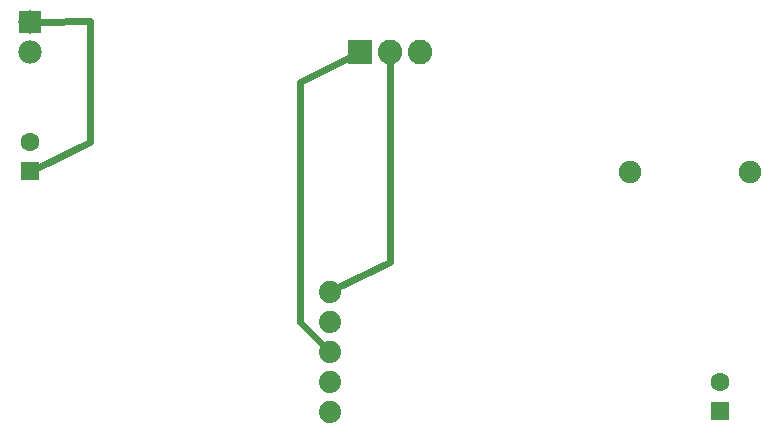
<source format=gbl>
G04 MADE WITH FRITZING*
G04 WWW.FRITZING.ORG*
G04 DOUBLE SIDED*
G04 HOLES PLATED*
G04 CONTOUR ON CENTER OF CONTOUR VECTOR*
%ASAXBY*%
%FSLAX23Y23*%
%MOIN*%
%OFA0B0*%
%SFA1.0B1.0*%
%ADD10C,0.082000*%
%ADD11C,0.078000*%
%ADD12C,0.062992*%
%ADD13C,0.074000*%
%ADD14C,0.075000*%
%ADD15R,0.082000X0.082000*%
%ADD16R,0.078000X0.078000*%
%ADD17R,0.062992X0.062992*%
%ADD18C,0.024000*%
%LNCOPPER0*%
G90*
G70*
G54D10*
X1297Y1415D03*
X1397Y1415D03*
X1497Y1415D03*
G54D11*
X197Y1515D03*
X197Y1415D03*
G54D12*
X2497Y216D03*
X2497Y315D03*
G54D13*
X1197Y515D03*
X1197Y415D03*
X1197Y315D03*
X1197Y215D03*
X1197Y615D03*
G54D14*
X2197Y1015D03*
X2597Y1015D03*
G54D12*
X197Y1016D03*
X197Y1115D03*
G54D15*
X1297Y1415D03*
G54D16*
X197Y1515D03*
G54D17*
X2497Y216D03*
X197Y1016D03*
G54D18*
X221Y1028D02*
X396Y1115D01*
D02*
X396Y1516D02*
X227Y1515D01*
D02*
X396Y1115D02*
X396Y1516D01*
D02*
X1396Y714D02*
X1397Y1383D01*
D02*
X1224Y629D02*
X1396Y714D01*
D02*
X1096Y515D02*
X1096Y1314D01*
D02*
X1096Y1314D02*
X1268Y1400D01*
D02*
X1174Y437D02*
X1096Y515D01*
G04 End of Copper0*
M02*
</source>
